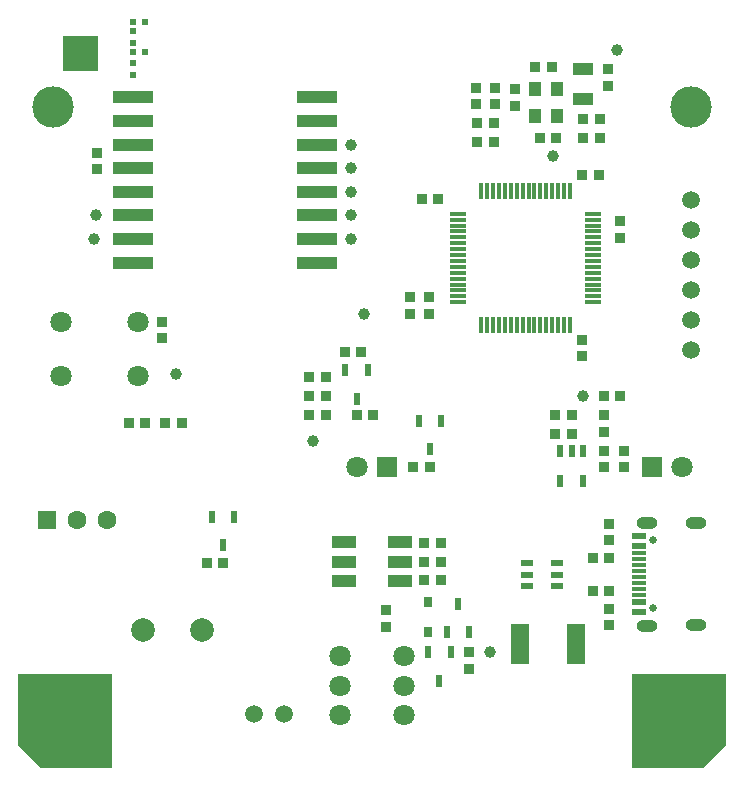
<source format=gbr>
G04*
G04 #@! TF.GenerationSoftware,Altium Limited,Altium Designer,24.3.1 (35)*
G04*
G04 Layer_Color=8388736*
%FSAX25Y25*%
%MOIN*%
G70*
G04*
G04 #@! TF.SameCoordinates,A3C2EEE2-FC71-4F10-AF2F-9764D03318EB*
G04*
G04*
G04 #@! TF.FilePolarity,Negative*
G04*
G01*
G75*
%ADD14C,0.03937*%
%ADD15R,0.02362X0.02362*%
%ADD16R,0.02362X0.04331*%
%ADD17R,0.03347X0.03347*%
%ADD18R,0.03347X0.03347*%
%ADD19R,0.07874X0.03937*%
%ADD20R,0.04134X0.05118*%
%ADD21R,0.07087X0.04331*%
%ADD22R,0.01181X0.05512*%
%ADD23R,0.05512X0.01181*%
%ADD24R,0.13780X0.03937*%
%ADD25R,0.02362X0.02362*%
%ADD26R,0.02756X0.03347*%
%ADD27R,0.04331X0.02362*%
%ADD28R,0.05906X0.13386*%
%ADD29R,0.04724X0.02362*%
%ADD30R,0.04724X0.01181*%
%ADD31C,0.06299*%
%ADD32R,0.06299X0.06299*%
%ADD33C,0.13780*%
%ADD34C,0.05906*%
%ADD35C,0.07874*%
%ADD36C,0.07087*%
%ADD37R,0.07087X0.07087*%
%ADD38C,0.02559*%
%ADD39O,0.07087X0.03937*%
G36*
X0236221Y0007874D02*
X0228346Y0000000D01*
X0204724Y0000000D01*
X0204724Y0031496D01*
X0236221Y0031496D01*
X0236221Y0007874D01*
X0236221Y0007874D02*
G37*
G36*
X0031496Y0000000D02*
X0007874Y0000000D01*
X0000000Y0007874D01*
X0000000Y0031496D01*
X0031496Y0031496D01*
X0031496Y0000000D01*
X0031496Y0000000D02*
G37*
G36*
X0026772Y0232283D02*
X0014961Y0232283D01*
X0014961Y0244094D01*
X0026772Y0244094D01*
X0026772Y0232283D01*
X0026772Y0232283D02*
G37*
D14*
X0199606Y0239370D02*
D03*
X0178347Y0203937D02*
D03*
X0052756Y0131496D02*
D03*
X0157480Y0038583D02*
D03*
X0115354Y0151575D02*
D03*
X0098425Y0109055D02*
D03*
X0025984Y0184252D02*
D03*
X0025591Y0176378D02*
D03*
X0188583Y0124016D02*
D03*
X0111024Y0207874D02*
D03*
X0111024Y0200000D02*
D03*
X0111024Y0192126D02*
D03*
X0111024Y0184252D02*
D03*
X0111024Y0176378D02*
D03*
D15*
X0038583Y0231102D02*
D03*
X0038583Y0235039D02*
D03*
X0038583Y0241732D02*
D03*
X0038583Y0245669D02*
D03*
D16*
X0068504Y0074409D02*
D03*
X0072244Y0083858D02*
D03*
X0064764Y0083858D02*
D03*
X0112992Y0123228D02*
D03*
X0116732Y0132677D02*
D03*
X0109252Y0132677D02*
D03*
X0146850Y0054725D02*
D03*
X0150591Y0045276D02*
D03*
X0143110Y0045276D02*
D03*
X0188386Y0095669D02*
D03*
X0180905Y0095669D02*
D03*
X0180905Y0105905D02*
D03*
X0184646Y0105905D02*
D03*
X0188386Y0105905D02*
D03*
X0140551Y0029134D02*
D03*
X0136811Y0038583D02*
D03*
X0144291Y0038583D02*
D03*
X0137401Y0106299D02*
D03*
X0133661Y0115748D02*
D03*
X0141142Y0115748D02*
D03*
D17*
X0042520Y0114961D02*
D03*
X0037008Y0114961D02*
D03*
X0049213Y0114961D02*
D03*
X0054725Y0114961D02*
D03*
X0068504Y0068504D02*
D03*
X0062992Y0068504D02*
D03*
X0097244Y0130315D02*
D03*
X0102756Y0130315D02*
D03*
X0102756Y0124016D02*
D03*
X0097244Y0124016D02*
D03*
X0097244Y0117717D02*
D03*
X0102756Y0117717D02*
D03*
X0137402Y0100394D02*
D03*
X0131890Y0100394D02*
D03*
X0109055Y0138583D02*
D03*
X0114567Y0138583D02*
D03*
X0135433Y0068898D02*
D03*
X0140945Y0068898D02*
D03*
X0135433Y0062598D02*
D03*
X0140945Y0062598D02*
D03*
X0135433Y0075197D02*
D03*
X0140945Y0075197D02*
D03*
X0112992Y0117717D02*
D03*
X0118504Y0117717D02*
D03*
X0195276Y0124016D02*
D03*
X0200787Y0124016D02*
D03*
X0179134Y0117717D02*
D03*
X0184646Y0117717D02*
D03*
X0184646Y0111417D02*
D03*
X0179134Y0111417D02*
D03*
X0172441Y0233858D02*
D03*
X0177953Y0233858D02*
D03*
X0174016Y0210236D02*
D03*
X0179528Y0210236D02*
D03*
X0134646Y0189764D02*
D03*
X0140157Y0189764D02*
D03*
X0188189Y0197638D02*
D03*
X0193701Y0197638D02*
D03*
X0188583Y0216535D02*
D03*
X0194095Y0216535D02*
D03*
X0188583Y0210236D02*
D03*
X0194095Y0210236D02*
D03*
X0153150Y0214961D02*
D03*
X0158661Y0214961D02*
D03*
X0153150Y0208662D02*
D03*
X0158661Y0208662D02*
D03*
X0197244Y0070079D02*
D03*
X0191732Y0070079D02*
D03*
X0197244Y0059055D02*
D03*
X0191732Y0059055D02*
D03*
D18*
X0048032Y0148819D02*
D03*
X0048032Y0143307D02*
D03*
X0026378Y0199606D02*
D03*
X0026378Y0205118D02*
D03*
X0122835Y0052756D02*
D03*
X0122835Y0047244D02*
D03*
X0195275Y0112205D02*
D03*
X0195275Y0117717D02*
D03*
X0201968Y0100394D02*
D03*
X0201968Y0105905D02*
D03*
X0195276Y0100394D02*
D03*
X0195276Y0105906D02*
D03*
X0137008Y0151575D02*
D03*
X0137008Y0157087D02*
D03*
X0200787Y0182283D02*
D03*
X0200787Y0176772D02*
D03*
X0130709Y0151575D02*
D03*
X0130709Y0157087D02*
D03*
X0188189Y0142913D02*
D03*
X0188189Y0137402D02*
D03*
X0196850Y0227559D02*
D03*
X0196850Y0233071D02*
D03*
X0165748Y0226378D02*
D03*
X0165748Y0220866D02*
D03*
X0152756Y0226772D02*
D03*
X0152756Y0221260D02*
D03*
X0159055Y0226772D02*
D03*
X0159055Y0221260D02*
D03*
X0197244Y0047638D02*
D03*
X0197244Y0053150D02*
D03*
X0197244Y0075984D02*
D03*
X0197244Y0081496D02*
D03*
X0150394Y0038583D02*
D03*
X0150394Y0033071D02*
D03*
D19*
X0108661Y0062480D02*
D03*
X0108661Y0068898D02*
D03*
X0108661Y0075315D02*
D03*
X0127559Y0062480D02*
D03*
X0127559Y0068898D02*
D03*
X0127559Y0075315D02*
D03*
D20*
X0179626Y0217520D02*
D03*
X0172343Y0217520D02*
D03*
X0172343Y0226575D02*
D03*
X0179626Y0226575D02*
D03*
D21*
X0188583Y0223228D02*
D03*
X0188583Y0233071D02*
D03*
D22*
X0184055Y0192520D02*
D03*
X0182087Y0192520D02*
D03*
X0180118Y0192520D02*
D03*
X0178150Y0192520D02*
D03*
X0176181Y0192520D02*
D03*
X0174213Y0192520D02*
D03*
X0172244Y0192520D02*
D03*
X0170276Y0192520D02*
D03*
X0168307Y0192520D02*
D03*
X0166339Y0192520D02*
D03*
X0164370Y0192520D02*
D03*
X0162402Y0192520D02*
D03*
X0160433Y0192520D02*
D03*
X0158465Y0192520D02*
D03*
X0156496Y0192520D02*
D03*
X0154528Y0192520D02*
D03*
X0154528Y0147638D02*
D03*
X0156496Y0147638D02*
D03*
X0158465Y0147638D02*
D03*
X0160433Y0147638D02*
D03*
X0162402Y0147638D02*
D03*
X0164370Y0147638D02*
D03*
X0166339Y0147638D02*
D03*
X0168307Y0147638D02*
D03*
X0170276Y0147638D02*
D03*
X0172244Y0147638D02*
D03*
X0174213Y0147638D02*
D03*
X0176181Y0147638D02*
D03*
X0178150Y0147638D02*
D03*
X0180118Y0147638D02*
D03*
X0182087Y0147638D02*
D03*
X0184055Y0147638D02*
D03*
D23*
X0146850Y0184843D02*
D03*
X0146850Y0182874D02*
D03*
X0146850Y0180905D02*
D03*
X0146850Y0178937D02*
D03*
X0146850Y0176969D02*
D03*
X0146850Y0175000D02*
D03*
X0146850Y0173031D02*
D03*
X0146850Y0171063D02*
D03*
X0146850Y0169095D02*
D03*
X0146850Y0167126D02*
D03*
X0146850Y0165157D02*
D03*
X0146850Y0163189D02*
D03*
X0146850Y0161221D02*
D03*
X0146850Y0159252D02*
D03*
X0146850Y0157283D02*
D03*
X0146850Y0155315D02*
D03*
X0191732Y0155315D02*
D03*
X0191732Y0157283D02*
D03*
X0191732Y0159252D02*
D03*
X0191732Y0161221D02*
D03*
X0191732Y0163189D02*
D03*
X0191732Y0165157D02*
D03*
X0191732Y0167126D02*
D03*
X0191732Y0169095D02*
D03*
X0191732Y0171063D02*
D03*
X0191732Y0173031D02*
D03*
X0191732Y0175000D02*
D03*
X0191732Y0176969D02*
D03*
X0191732Y0178937D02*
D03*
X0191732Y0180905D02*
D03*
X0191732Y0182874D02*
D03*
X0191732Y0184843D02*
D03*
D24*
X0099607Y0168504D02*
D03*
X0099607Y0176378D02*
D03*
X0099607Y0184252D02*
D03*
X0099607Y0192126D02*
D03*
X0099607Y0200000D02*
D03*
X0099607Y0207874D02*
D03*
X0099607Y0215748D02*
D03*
X0099607Y0223622D02*
D03*
X0038583Y0223622D02*
D03*
X0038583Y0215748D02*
D03*
X0038583Y0207874D02*
D03*
X0038583Y0200000D02*
D03*
X0038583Y0192126D02*
D03*
X0038583Y0184252D02*
D03*
X0038583Y0176378D02*
D03*
X0038583Y0168504D02*
D03*
D25*
X0042520Y0248819D02*
D03*
X0038583Y0248819D02*
D03*
X0042520Y0238583D02*
D03*
X0038583Y0238583D02*
D03*
D26*
X0136614Y0055512D02*
D03*
X0136614Y0045276D02*
D03*
D27*
X0169685Y0060827D02*
D03*
X0169685Y0064567D02*
D03*
X0169685Y0068307D02*
D03*
X0179921Y0068307D02*
D03*
X0179921Y0064567D02*
D03*
X0179921Y0060827D02*
D03*
D28*
X0167323Y0041339D02*
D03*
X0186221Y0041339D02*
D03*
D29*
X0207087Y0077362D02*
D03*
X0207087Y0074213D02*
D03*
X0207087Y0055315D02*
D03*
X0207087Y0052165D02*
D03*
D30*
X0207087Y0071654D02*
D03*
X0207087Y0069685D02*
D03*
X0207087Y0067717D02*
D03*
X0207087Y0063780D02*
D03*
X0207087Y0061811D02*
D03*
X0207087Y0059843D02*
D03*
X0207087Y0057874D02*
D03*
X0207087Y0065748D02*
D03*
D31*
X0029685Y0082677D02*
D03*
X0019685Y0082677D02*
D03*
D32*
X0009685Y0082677D02*
D03*
D33*
X0224409Y0011811D02*
D03*
X0224409Y0220472D02*
D03*
X0011811Y0220472D02*
D03*
X0011811Y0011811D02*
D03*
D34*
X0078858Y0018110D02*
D03*
X0088858Y0018110D02*
D03*
X0224409Y0139488D02*
D03*
X0224409Y0189488D02*
D03*
X0224409Y0169488D02*
D03*
X0224409Y0159488D02*
D03*
X0224409Y0149488D02*
D03*
X0224409Y0179488D02*
D03*
D35*
X0061417Y0046063D02*
D03*
X0041732Y0046063D02*
D03*
D36*
X0039961Y0148622D02*
D03*
X0039961Y0130905D02*
D03*
X0014370Y0148622D02*
D03*
X0014370Y0130905D02*
D03*
X0128740Y0027559D02*
D03*
X0128740Y0037402D02*
D03*
X0128740Y0017717D02*
D03*
X0107480Y0027559D02*
D03*
X0107480Y0037402D02*
D03*
X0107480Y0017717D02*
D03*
X0113110Y0100394D02*
D03*
X0221535Y0100394D02*
D03*
D37*
X0123110Y0100394D02*
D03*
X0211535Y0100394D02*
D03*
D38*
X0211614Y0076142D02*
D03*
X0211614Y0053386D02*
D03*
D39*
X0209646Y0047441D02*
D03*
X0209646Y0081772D02*
D03*
X0225984Y0047756D02*
D03*
X0225984Y0081772D02*
D03*
M02*

</source>
